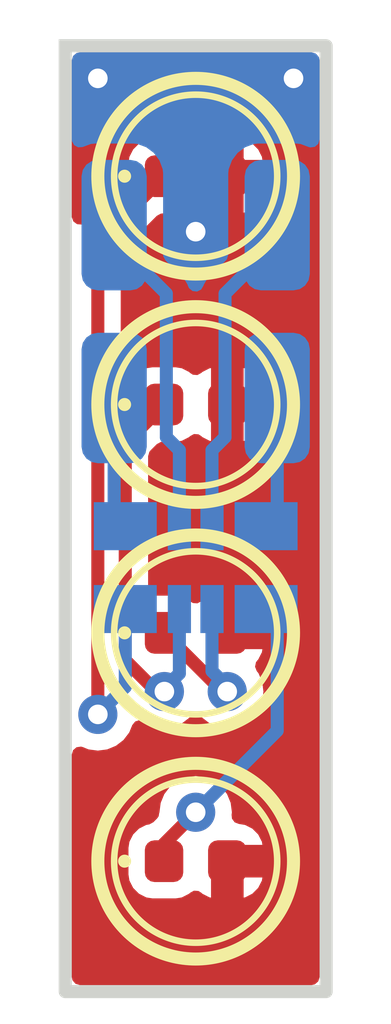
<source format=kicad_pcb>
(kicad_pcb (version 20240108) (generator "pcbnew") (generator_version "8.0")
  (title_block (title "N Scale Traffic Light Board") (date "2024-09-23") (rev "1.0.0"))
  (layers (0 "F.Cu" signal) (31 "B.Cu" signal) (34 "B.Paste" user) (35 "F.Paste" user) (36 "B.SilkS" user "B.Silkscreen") (37 "F.SilkS" user "F.Silkscreen") (38 "B.Mask" user) (39 "F.Mask" user) (44 "Edge.Cuts" user))
  (net 0 "")
  (net 1 "Net-(D1-K)")
  (net 2 "+3V3")
  (net 3 "Net-(D2-K)")
  (net 4 "Net-(D3-K)")
  (net 5 "Net-(J1-Pin_1)")
  (net 6 "Net-(J2-Pin_1)")
  (net 7 "Net-(J3-Pin_1)")
  (net 8 "Net-(D4-K)")
  (net 9 "Net-(J5-Pin_1)")
  (footprint "LED_SMD:LED_0402_1005Metric" (layer "F.Cu") (at 48.5 46.5)
    (property "Reference" "D2" (hide yes))
    (property "Value" "Yellow" (hide yes))
    (fp_circle (center -1.09 0) (end -1.04 0) (stroke (width 0.1)) (fill none) (layer "F.SilkS"))
    (pad "1" smd roundrect (at -0.485 0) (size 0.59 0.64) (layers "F.Cu" "F.Paste" "F.Mask") (net 3 "Net-(D2-K)"))
    (pad "2" smd roundrect (at 0.485 0) (size 0.59 0.64) (layers "F.Cu" "F.Paste" "F.Mask") (net 2 "+3V3"))
  )
  (footprint "LED_SMD:LED_0402_1005Metric" (layer "F.Cu") (at 48.5 53.5)
    (property "Reference" "D4" (hide yes))
    (property "Value" "Green" (hide yes))
    (fp_circle (center -1.09 0) (end -1.04 0) (stroke (width 0.1)) (fill none) (layer "F.SilkS"))
    (pad "1" smd roundrect (at -0.485 0) (size 0.59 0.64) (layers "F.Cu" "F.Paste" "F.Mask") (net 8 "Net-(D4-K)"))
    (pad "2" smd roundrect (at 0.485 0) (size 0.59 0.64) (layers "F.Cu" "F.Paste" "F.Mask") (net 2 "+3V3"))
  )
  (footprint "LED_SMD:LED_0402_1005Metric" (layer "F.Cu") (at 48.5 50)
    (property "Reference" "D3" (hide yes))
    (property "Value" "Green" (hide yes))
    (fp_circle (center -1.09 0) (end -1.04 0) (stroke (width 0.1)) (fill none) (layer "F.SilkS"))
    (pad "1" smd roundrect (at -0.485 0) (size 0.59 0.64) (layers "F.Cu" "F.Paste" "F.Mask") (net 4 "Net-(D3-K)"))
    (pad "2" smd roundrect (at 0.485 0) (size 0.59 0.64) (layers "F.Cu" "F.Paste" "F.Mask") (net 2 "+3V3"))
  )
  (footprint "LED_SMD:LED_0402_1005Metric" (layer "F.Cu") (at 48.5 43)
    (property "Reference" "D1" (hide yes))
    (property "Value" "Red" (hide yes))
    (fp_circle (center -1.09 0) (end -1.04 0) (stroke (width 0.1)) (fill none) (layer "F.SilkS"))
    (pad "1" smd roundrect (at -0.485 0) (size 0.59 0.64) (layers "F.Cu" "F.Paste" "F.Mask") (net 1 "Net-(D1-K)"))
    (pad "2" smd roundrect (at 0.485 0) (size 0.59 0.64) (layers "F.Cu" "F.Paste" "F.Mask") (net 2 "+3V3"))
  )
  (footprint "footprints:EXB28V_PAN" (layer "B.Cu") (at 48.5 49 -90)
    (property "Reference" "R4" (hide yes))
    (property "Value" "EXB-28V221JX" (hide yes))
    (pad "1" smd rect (at -0.635 1.0795 270) (size 0.7366 0.9652) (layers "B.Cu" "B.Paste" "B.Mask") (net 5 "Net-(J1-Pin_1)"))
    (pad "2" smd rect (at -0.635 0.25 270) (size 0.7366 0.3556) (layers "B.Cu" "B.Paste" "B.Mask") (net 6 "Net-(J2-Pin_1)"))
    (pad "3" smd rect (at -0.635 -0.25 270) (size 0.7366 0.3556) (layers "B.Cu" "B.Paste" "B.Mask") (net 7 "Net-(J3-Pin_1)"))
    (pad "4" smd rect (at -0.635 -1.0795 270) (size 0.7366 0.9652) (layers "B.Cu" "B.Paste" "B.Mask") (net 9 "Net-(J5-Pin_1)"))
    (pad "5" smd rect (at 0.635 -1.0795 270) (size 0.7366 0.9652) (layers "B.Cu" "B.Paste" "B.Mask") (net 8 "Net-(D4-K)"))
    (pad "6" smd rect (at 0.635 -0.25 270) (size 0.7366 0.3556) (layers "B.Cu" "B.Paste" "B.Mask") (net 4 "Net-(D3-K)"))
    (pad "7" smd rect (at 0.635 0.25 270) (size 0.7366 0.3556) (layers "B.Cu" "B.Paste" "B.Mask") (net 3 "Net-(D2-K)"))
    (pad "8" smd rect (at 0.635 1.0795 270) (size 0.7366 0.9652) (layers "B.Cu" "B.Paste" "B.Mask") (net 1 "Net-(D1-K)"))
  )
  (footprint "Connector_Wire:SolderWirePad_1x01_SMD_1x2mm" (layer "B.Cu") (at 48.5 41.75 -90)
    (property "Reference" "J4" (hide yes))
    (property "Value" "Conn_01x01_Pin" (hide yes))
    (pad "1" smd roundrect (at 0 0 270) (size 1 2) (layers "B.Cu" "B.Paste" "B.Mask") (net 2 "+3V3"))
  )
  (footprint "Connector_Wire:SolderWirePad_1x01_SMD_1x2mm" (layer "B.Cu") (at 49.75 46.4 180)
    (property "Reference" "J5" (hide yes))
    (property "Value" "Conn_01x01_Pin" (hide yes))
    (pad "1" smd roundrect (at 0 0 180) (size 1 2) (layers "B.Cu" "B.Paste" "B.Mask") (net 9 "Net-(J5-Pin_1)"))
  )
  (footprint "Connector_Wire:SolderWirePad_1x01_SMD_1x2mm" (layer "B.Cu") (at 49.75 43.75 180)
    (property "Reference" "J3" (hide yes))
    (property "Value" "Conn_01x01_Pin" (hide yes))
    (pad "1" smd roundrect (at 0 0 180) (size 1 2) (layers "B.Cu" "B.Paste" "B.Mask") (net 7 "Net-(J3-Pin_1)"))
  )
  (footprint "Connector_Wire:SolderWirePad_1x01_SMD_1x2mm" (layer "B.Cu") (at 47.25 43.75 180)
    (property "Reference" "J2" (hide yes))
    (property "Value" "Conn_01x01_Pin" (hide yes))
    (pad "1" smd roundrect (at 0 0 180) (size 1 2) (layers "B.Cu" "B.Paste" "B.Mask") (net 6 "Net-(J2-Pin_1)"))
  )
  (footprint "Connector_Wire:SolderWirePad_1x01_SMD_1x2mm" (layer "B.Cu") (at 47.25 46.4 180)
    (property "Reference" "J1" (hide yes))
    (property "Value" "Conn_01x01_Pin" (hide yes))
    (pad "1" smd roundrect (at 0 0 180) (size 1 2) (layers "B.Cu" "B.Paste" "B.Mask") (net 5 "Net-(J1-Pin_1)"))
  )
  (gr_circle (center 48.5 50) (end 49.75 50) (stroke (width 0.1)) (fill none) (layer "F.SilkS"))
  (gr_circle (center 48.5 53.5) (end 50 53.5) (stroke (width 0.2)) (fill none) (layer "F.SilkS"))
  (gr_circle (center 48.5 43) (end 50 43) (stroke (width 0.2)) (fill none) (layer "F.SilkS"))
  (gr_circle (center 48.5 46.5) (end 49.75 46.5) (stroke (width 0.1)) (fill none) (layer "F.SilkS"))
  (gr_circle (center 48.5 50) (end 50 50) (stroke (width 0.2)) (fill none) (layer "F.SilkS"))
  (gr_circle (center 48.5 53.5) (end 49.75 53.5) (stroke (width 0.1)) (fill none) (layer "F.SilkS"))
  (gr_circle (center 48.5 46.5) (end 50 46.5) (stroke (width 0.2)) (fill none) (layer "F.SilkS"))
  (gr_circle (center 48.5 43) (end 49.75 43) (stroke (width 0.1)) (fill none) (layer "F.SilkS"))
  (gr_rect (start 46.5 41) (end 50.5 55.5) (stroke (width 0.2)) (fill none) (layer "Edge.Cuts"))
  (segment (start 47 44.015) (end 48.015 43) (width 0.2) (layer "F.Cu") (net 1))
  (segment (start 47 51.25) (end 47 44.015) (width 0.2) (layer "F.Cu") (net 1))
  (via (at 47 51.25) (size 0.6) (drill 0.3) (layers "F.Cu" "B.Cu") (net 1))
  (segment (start 47.4205 50.8295) (end 47 51.25) (width 0.2) (layer "B.Cu") (net 1))
  (segment (start 47.4205 49.635) (end 47.4205 50.8295) (width 0.2) (layer "B.Cu") (net 1))
  (via (at 50 41.5) (size 0.6) (drill 0.3) (layers "F.Cu" "B.Cu") (net 2))
  (via (at 47 41.5) (size 0.6) (drill 0.3) (layers "F.Cu" "B.Cu") (net 2))
  (via (at 48.5 43.85) (size 0.6) (drill 0.3) (layers "F.Cu" "B.Cu") (net 2))
  (segment (start 48.020017 50.853546) (end 47.853546 50.853546) (width 0.2) (layer "F.Cu") (net 3))
  (segment (start 47.42 50.42) (end 47.42 47.095) (width 0.2) (layer "F.Cu") (net 3))
  (segment (start 47.853546 50.853546) (end 47.42 50.42) (width 0.2) (layer "F.Cu") (net 3))
  (segment (start 47.42 47.095) (end 48.015 46.5) (width 0.2) (layer "F.Cu") (net 3))
  (via (at 48.020017 50.9) (size 0.6) (drill 0.3) (layers "F.Cu" "B.Cu") (net 3))
  (segment (start 48.020017 50.853546) (end 48.25 50.623563) (width 0.2) (layer "B.Cu") (net 3))
  (segment (start 48.25 50.623563) (end 48.25 49.635) (width 0.2) (layer "B.Cu") (net 3))
  (segment (start 48.835 50.82) (end 48.015 50) (width 0.2) (layer "F.Cu") (net 4))
  (segment (start 48.983524 50.82) (end 48.835 50.82) (width 0.2) (layer "F.Cu") (net 4))
  (via (at 48.983524 50.9) (size 0.6) (drill 0.3) (layers "F.Cu" "B.Cu") (net 4))
  (segment (start 48.983524 50.82) (end 48.75 50.586476) (width 0.2) (layer "B.Cu") (net 4))
  (segment (start 48.75 50.586476) (end 48.75 49.635) (width 0.2) (layer "B.Cu") (net 4))
  (segment (start 47.25 48.1945) (end 47.4205 48.365) (width 0.2) (layer "B.Cu") (net 5))
  (segment (start 47.25 46.4) (end 47.25 48.1945) (width 0.2) (layer "B.Cu") (net 5))
  (segment (start 48.05 44.8) (end 48.05 47) (width 0.2) (layer "B.Cu") (net 6))
  (segment (start 48.05 47) (end 48.25 47.2) (width 0.2) (layer "B.Cu") (net 6))
  (segment (start 48.25 47.2) (end 48.25 48.365) (width 0.2) (layer "B.Cu") (net 6))
  (segment (start 47.25 44) (end 48.05 44.8) (width 0.2) (layer "B.Cu") (net 6))
  (segment (start 48.95 44.8) (end 48.95 47) (width 0.2) (layer "B.Cu") (net 7))
  (segment (start 49.75 44) (end 48.95 44.8) (width 0.2) (layer "B.Cu") (net 7))
  (segment (start 48.95 47) (end 48.75 47.2) (width 0.2) (layer "B.Cu") (net 7))
  (segment (start 48.75 47.2) (end 48.75 48.365) (width 0.2) (layer "B.Cu") (net 7))
  (segment (start 48.015 53.235) (end 48.5 52.75) (width 0.2) (layer "F.Cu") (net 8))
  (segment (start 48.015 53.5) (end 48.015 53.235) (width 0.2) (layer "F.Cu") (net 8))
  (via (at 48.5 52.75) (size 0.6) (drill 0.3) (layers "F.Cu" "B.Cu") (net 8))
  (segment (start 49.5795 49.635) (end 49.75 49.8055) (width 0.2) (layer "B.Cu") (net 8))
  (segment (start 49.75 49.8055) (end 49.75 51.5) (width 0.2) (layer "B.Cu") (net 8))
  (segment (start 49.75 51.5) (end 48.5 52.75) (width 0.2) (layer "B.Cu") (net 8))
  (segment (start 49.75 48.1945) (end 49.5795 48.365) (width 0.2) (layer "B.Cu") (net 9))
  (segment (start 49.75 46.4) (end 49.75 48.1945) (width 0.2) (layer "B.Cu") (net 9))
  (zone (net 2) (net_name "+3V3") (layer "F.Cu") (connect_pads (clearance 0.25)) (min_thickness 0.25) (fill yes (thermal_gap 0.25) (thermal_bridge_width 0.5))
    (polygon (pts (xy 46 40.79875) (xy 46 56) (xy 51 56) (xy 51 40.79875)))
  )
  (zone (net 2) (net_name "+3V3") (layer "B.Cu") (priority 1) (connect_pads yes (clearance 0.25)) (min_thickness 0.25) (fill yes (thermal_gap 0.25) (thermal_bridge_width 0.5))
    (polygon (pts (xy 45.5 40.29875) (xy 51.5 40.29875) (xy 51.5 45) (xy 45.5 45)))
  )
)
</source>
